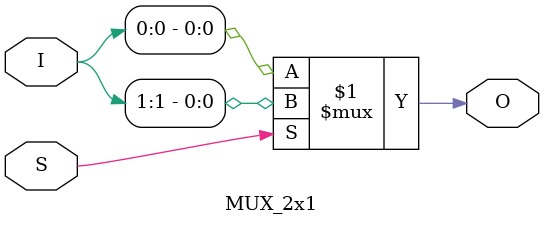
<source format=v>
`timescale 1ns / 1ps

// Author      : Venu Pabbuleti 
// ID          : N180116
//Branch       : ECE
//Project Name : RTL design using Verilog
//Design  Name : 2 TO 1 MUX
//Module  Name : MUX DESIGN MODULE
//RGUKT NUZVID 
//////////////////////////////////////////////////////////////////////////////////


module MUX_2x1(S,I,O);
input S;
input [1:0]I;
output O;

assign O = S ? (I[1]) : (I[0]) ;

endmodule

</source>
